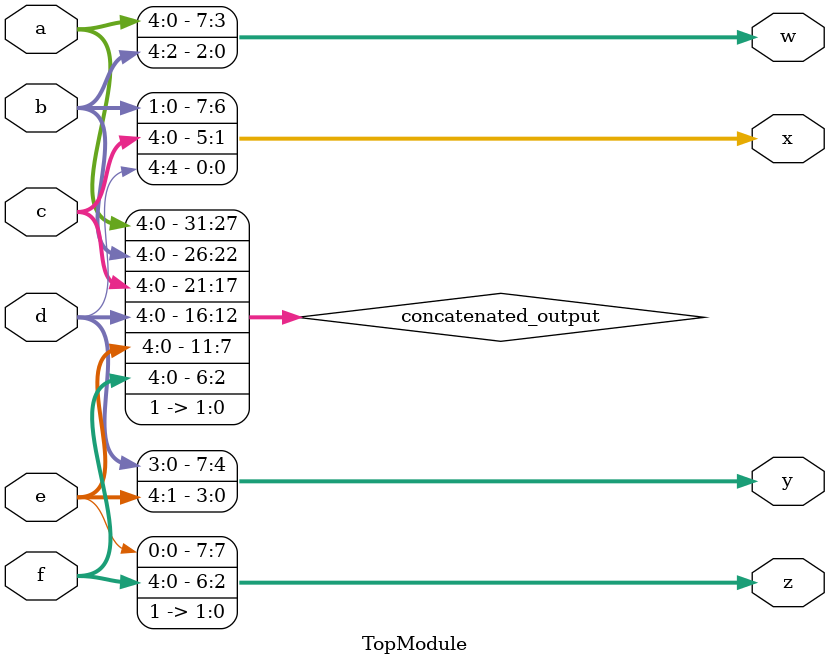
<source format=sv>
module TopModule(
    input  logic [4:0] a,
    input  logic [4:0] b,
    input  logic [4:0] c,
    input  logic [4:0] d,
    input  logic [4:0] e,
    input  logic [4:0] f,
    output logic [7:0] w,
    output logic [7:0] x,
    output logic [7:0] y,
    output logic [7:0] z
);

    logic [31:0] concatenated_output;

    // Concatenate inputs and append two '1' bits
    assign concatenated_output = {a, b, c, d, e, f, 2'b11};

    // Assign 8-bit segments to outputs
    assign w = concatenated_output[31:24];
    assign x = concatenated_output[23:16];
    assign y = concatenated_output[15:8];
    assign z = concatenated_output[7:0];

endmodule
</source>
